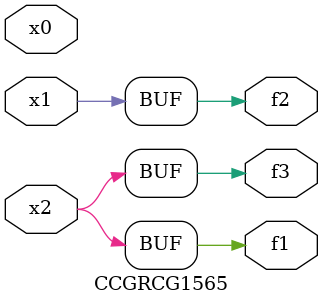
<source format=v>
module CCGRCG1565(
	input x0, x1, x2,
	output f1, f2, f3
);
	assign f1 = x2;
	assign f2 = x1;
	assign f3 = x2;
endmodule

</source>
